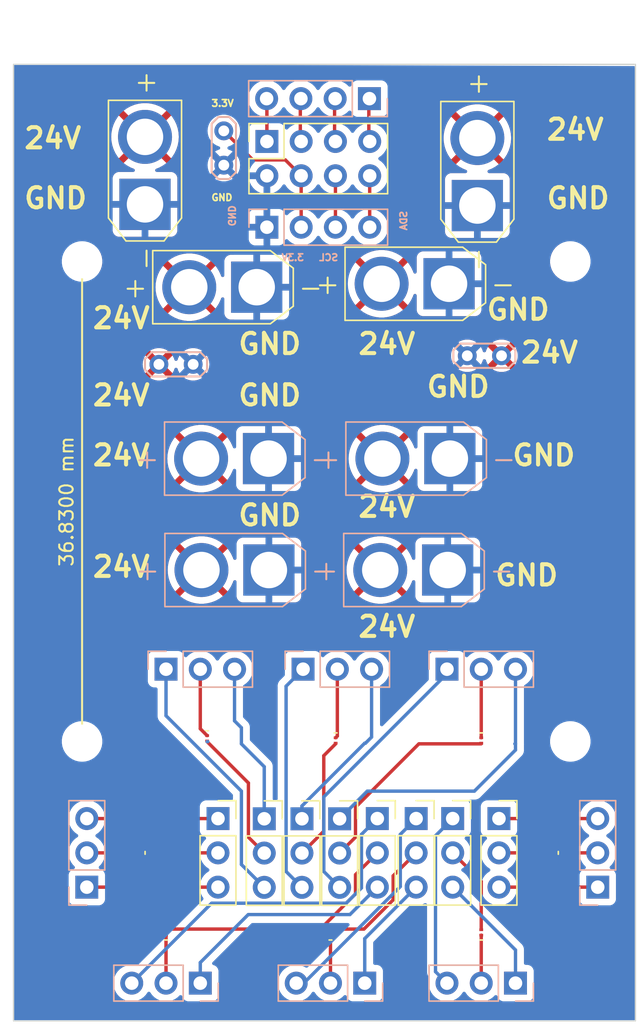
<source format=kicad_pcb>
(kicad_pcb (version 20221018) (generator pcbnew)
  (layers (0 "F.Cu" signal) (31 "B.Cu" signal) (34 "B.Paste" user) (35 "F.Paste" user) (36 "B.SilkS" user "B.Silkscreen") (37 "F.SilkS" user "F.Silkscreen") (38 "B.Mask" user) (39 "F.Mask" user) (44 "Edge.Cuts" user))
  (net 0 "")
  (net 1 "/SPI2_MOSI")
  (net 2 "/SPI2_MISO")
  (net 3 "/SPI2_CS")
  (net 5 "Net-(D1-K)")
  (net 6 "/A5")
  (net 7 "/B5")
  (net 8 "/C5")
  (net 9 "Net-(D4-K)")
  (net 10 "/SPI2_CLK")
  (net 11 "/I2C2_SDA")
  (net 12 "/I2C2_SCL")
  (net 13 "+24V")
  (net 14 "GND")
  (net 15 "+3.3V")
  (net 16 "Net-(D11-K)")
  (net 17 "Net-(D14-K)")
  (net 18 "Net-(D17-K)")
  (net 19 "Net-(D20-K)")
  (net 20 "Net-(D20-A)")
  (net 21 "Net-(D23-K)")
  (net 22 "Net-(D23-A)")
  (net 23 "Net-(D7-K)")
  (net 24 "/C8")
  (net 25 "/C4")
  (net 26 "/C3")
  (net 27 "Net-(D4-A)")
  (net 28 "/B6")
  (net 29 "/B4")
  (net 30 "/B3")
  (net 31 "/B1 (5V)")
  (net 32 "/A6")
  (net 33 "/A4")
  (net 34 "/A3")
  (net 35 "Net-(DBUS1-Pin_1)")
  (net 36 "Net-(PWM_R1-Pin_1)")
  (net 37 "Net-(PWM_R1-Pin_3)")
  (net 38 "Net-(PWM_R2-Pin_3)")
  (net 39 "/A2")
  (net 40 "Net-(PWM_R13-Pin_1)")
  (net 41 "Net-(PWM_R14-Pin_3)")
  (net 42 "Net-(PWM_R14-Pin_1)")
  (footprint "Diode_SMD:Nexperia_DSN0603-2_0.6x0.3mm_P0.4mm" (layer "F.Cu") (at 218.186 96.066 90)
    (fp_text reference "D4" hide)
    (fp_text value "D" hide)
    (pad "1" smd rect (at -0.2 0 180) (size 0.28 0.2) (layers "F.Cu" "F.Mask") (net 9 "Net-(D4-K)") (clearance 0.05))
    (pad "2" smd rect (at 0.2 0 180) (size 0.28 0.2) (layers "F.Cu" "F.Mask") (net 27 "Net-(D4-A)") (clearance 0.05))
  )
  (footprint "Connector_AMASS:AMASS_XT30U-F_1x02_P5.0mm_Vertical" (layer "F.Cu") (at 217.898 42.211 90)
    (fp_text reference "Out_Port3" hide)
    (fp_text value "Conn_01x02" hide)
    (fp_text user "-" (at -4 0 90) (layer "F.SilkS") (effects (font (size 1.5 1.5))))
    (fp_text user "+" (at 9 0 90) (layer "F.SilkS") (effects (font (size 1.5 1.5))))
    (pad "1" thru_hole rect (at 0 0 90) (size 3.8 3.8) (drill 2.7) (layers "*.Cu" "*.Mask") (net 14 "GND"))
    (pad "2" thru_hole circle (at 5 0 90) (size 4 4) (drill 2.7) (layers "*.Cu" "*.Mask") (net 13 "+24V"))
  )
  (footprint "Diode_SMD:Nexperia_DSN0603-2_0.6x0.3mm_P0.4mm" (layer "F.Cu") (at 194.818 96.066 90)
    (fp_text reference "D11" hide)
    (fp_text value "D" hide)
    (pad "1" smd rect (at -0.2 0 180) (size 0.28 0.2) (layers "F.Cu" "F.Mask") (net 16 "Net-(D11-K)") (clearance 0.05))
    (pad "2" smd rect (at 0.2 0 180) (size 0.28 0.2) (layers "F.Cu" "F.Mask") (net 29 "/B4") (clearance 0.05))
  )
  (footprint "Connector_PinSocket_2.54mm:PinSocket_1x03_P2.54mm_Vertical" (layer "F.Cu") (at 213.36 87.63)
    (fp_text reference "PWM_R3" hide)
    (fp_text value "Conn_01x03" hide)
    (pad "1" thru_hole rect (at 0 0) (size 1.7 1.7) (drill 1) (layers "*.Cu" "*.Mask") (net 34 "/A3"))
    (pad "2" thru_hole oval (at 0 2.54) (size 1.7 1.7) (drill 1) (layers "*.Cu" "*.Mask") (net 30 "/B3"))
    (pad "3" thru_hole oval (at 0 5.08) (size 1.7 1.7) (drill 1) (layers "*.Cu" "*.Mask") (net 26 "/C3"))
  )
  (footprint "Connector_PinSocket_2.54mm:PinSocket_2x04_P2.54mm_Vertical" (layer "F.Cu") (at 202.297 37.465 90)
    (fp_text reference "IO_Port1" hide)
    (fp_text value "Conn_02x04_Odd_Even" hide)
    (pad "1" thru_hole rect (at 0 0 90) (size 1.7 1.7) (drill 1) (layers "*.Cu" "*.Mask") (net 3 "/SPI2_CS"))
    (pad "2" thru_hole oval (at -2.54 0 90) (size 1.7 1.7) (drill 1) (layers "*.Cu" "*.Mask") (net 14 "GND"))
    (pad "3" thru_hole oval (at 0 2.54 90) (size 1.7 1.7) (drill 1) (layers "*.Cu" "*.Mask") (net 10 "/SPI2_CLK"))
    (pad "4" thru_hole oval (at -2.54 2.54 90) (size 1.7 1.7) (drill 1) (layers "*.Cu" "*.Mask") (net 15 "+3.3V"))
    (pad "5" thru_hole oval (at 0 5.08 90) (size 1.7 1.7) (drill 1) (layers "*.Cu" "*.Mask") (net 1 "/SPI2_MOSI"))
    (pad "6" thru_hole oval (at -2.54 5.08 90) (size 1.7 1.7) (drill 1) (layers "*.Cu" "*.Mask") (net 12 "/I2C2_SCL"))
    (pad "7" thru_hole oval (at 0 7.62 90) (size 1.7 1.7) (drill 1) (layers "*.Cu" "*.Mask") (net 2 "/SPI2_MISO"))
    (pad "8" thru_hole oval (at -2.54 7.62 90) (size 1.7 1.7) (drill 1) (layers "*.Cu" "*.Mask") (net 11 "/I2C2_SDA"))
  )
  (footprint "Diode_SMD:Nexperia_DSN0603-2_0.6x0.3mm_P0.4mm" (layer "F.Cu") (at 197.866 81.682 -90)
    (fp_text reference "D20" hide)
    (fp_text value "D" hide)
    (pad "1" smd rect (at -0.2 0) (size 0.28 0.2) (layers "F.Cu" "F.Mask") (net 19 "Net-(D20-K)") (clearance 0.05))
    (pad "2" smd rect (at 0.2 0) (size 0.28 0.2) (layers "F.Cu" "F.Mask") (net 20 "Net-(D20-A)") (clearance 0.05))
  )
  (footprint "Connector_PinSocket_2.54mm:PinSocket_1x03_P2.54mm_Vertical" (layer "F.Cu") (at 216.0705 87.63)
    (fp_text reference "PWM_R2" hide)
    (fp_text value "Conn_01x03" hide)
    (pad "1" thru_hole rect (at 0 0) (size 1.7 1.7) (drill 1) (layers "*.Cu" "*.Mask") (net 39 "/A2"))
    (pad "2" thru_hole oval (at 0 2.54) (size 1.7 1.7) (drill 1) (layers "*.Cu" "*.Mask") (net 27 "Net-(D4-A)"))
    (pad "3" thru_hole oval (at 0 5.08) (size 1.7 1.7) (drill 1) (layers "*.Cu" "*.Mask") (net 38 "Net-(PWM_R2-Pin_3)"))
  )
  (footprint "Diode_SMD:Nexperia_DSN0603-2_0.6x0.3mm_P0.4mm" (layer "F.Cu") (at 218.186 81.842 -90)
    (fp_text reference "D14" hide)
    (fp_text value "D" hide)
    (pad "1" smd rect (at -0.2 0) (size 0.28 0.2) (layers "F.Cu" "F.Mask") (net 17 "Net-(D14-K)") (clearance 0.05))
    (pad "2" smd rect (at 0.2 0) (size 0.28 0.2) (layers "F.Cu" "F.Mask") (net 7 "/B5") (clearance 0.05))
  )
  (footprint "Diode_SMD:Nexperia_DSN0603-2_0.6x0.3mm_P0.4mm" (layer "F.Cu") (at 207.392 81.842 -90)
    (fp_text reference "D17" hide)
    (fp_text value "D" hide)
    (pad "1" smd rect (at -0.2 0) (size 0.28 0.2) (layers "F.Cu" "F.Mask") (net 18 "Net-(D17-K)") (clearance 0.05))
    (pad "2" smd rect (at 0.2 0) (size 0.28 0.2) (layers "F.Cu" "F.Mask") (net 28 "/B6") (clearance 0.05))
  )
  (footprint "MountingHole:MountingHole_2.5mm" (layer "F.Cu") (at 188.595 46.355)
    (fp_text reference "H1" hide)
    (fp_text value "MountingHole" hide)
    (pad "" np_thru_hole circle (at 0 0) (size 2.5 2.5) (drill 2.5) (layers "*.Cu" "*.Mask"))
  )
  (footprint "Connector_PinSocket_2.54mm:PinSocket_1x03_P2.54mm_Vertical" (layer "F.Cu") (at 219.4995 87.63)
    (fp_text reference "PWM_R1" hide)
    (fp_text value "Conn_01x03" hide)
    (pad "1" thru_hole rect (at 0 0) (size 1.7 1.7) (drill 1) (layers "*.Cu" "*.Mask") (net 36 "Net-(PWM_R1-Pin_1)"))
    (pad "2" thru_hole oval (at 0 2.54) (size 1.7 1.7) (drill 1) (layers "*.Cu" "*.Mask") (net 31 "/B1 (5V)"))
    (pad "3" thru_hole oval (at 0 5.08) (size 1.7 1.7) (drill 1) (layers "*.Cu" "*.Mask") (net 37 "Net-(PWM_R1-Pin_3)"))
  )
  (footprint "Connector_PinSocket_2.54mm:PinSocket_1x03_P2.54mm_Vertical" (layer "F.Cu") (at 207.6885 87.645)
    (fp_text reference "PWM_R5" hide)
    (fp_text value "Conn_01x03" hide)
    (pad "1" thru_hole rect (at 0 0) (size 1.7 1.7) (drill 1) (layers "*.Cu" "*.Mask") (net 6 "/A5"))
    (pad "2" thru_hole oval (at 0 2.54) (size 1.7 1.7) (drill 1) (layers "*.Cu" "*.Mask") (net 7 "/B5"))
    (pad "3" thru_hole oval (at 0 5.08) (size 1.7 1.7) (drill 1) (layers "*.Cu" "*.Mask") (net 8 "/C5"))
  )
  (footprint "Connector_AMASS:AMASS_XT30U-F_1x02_P5.0mm_Vertical" (layer "F.Cu") (at 215.8 48.006 180)
    (fp_text reference "Out_Port2" hide)
    (fp_text value "Conn_01x02" hide)
    (fp_text user "+" (at 9 0 180) (layer "F.SilkS") (effects (font (size 1.5 1.5))))
    (fp_text user "-" (at -4 0 180) (layer "F.SilkS") (effects (font (size 1.5 1.5))))
    (pad "1" thru_hole rect (at 0 0 180) (size 3.8 3.8) (drill 2.7) (layers "*.Cu" "*.Mask") (net 14 "GND"))
    (pad "2" thru_hole circle (at 5 0 180) (size 4 4) (drill 2.7) (layers "*.Cu" "*.Mask") (net 13 "+24V"))
  )
  (footprint "Connector_PinSocket_2.54mm:PinSocket_1x03_P2.54mm_Vertical" (layer "F.Cu") (at 198.6715 87.63)
    (fp_text reference "DBUS1" hide)
    (fp_text value "Conn_01x03" hide)
    (pad "1" thru_hole rect (at 0 0) (size 1.7 1.7) (drill 1) (layers "*.Cu" "*.Mask") (net 35 "Net-(DBUS1-Pin_1)"))
    (pad "2" thru_hole oval (at 0 2.54) (size 1.7 1.7) (drill 1) (layers "*.Cu" "*.Mask") (net 22 "Net-(D23-A)"))
    (pad "3" thru_hole oval (at 0 5.08) (size 1.7 1.7) (drill 1) (layers "*.Cu" "*.Mask") (net 24 "/C8"))
  )
  (footprint "Connector_PinSocket_2.54mm:PinSocket_1x03_P2.54mm_Vertical" (layer "F.Cu") (at 204.8945 87.645)
    (fp_text reference "PWM_R6" hide)
    (fp_text value "Conn_01x03" hide)
    (pad "1" thru_hole rect (at 0 0) (size 1.7 1.7) (drill 1) (layers "*.Cu" "*.Mask") (net 32 "/A6"))
    (pad "2" thru_hole oval (at 0 2.54) (size 1.7 1.7) (drill 1) (layers "*.Cu" "*.Mask") (net 28 "/B6"))
    (pad "3" thru_hole oval (at 0 5.08) (size 1.7 1.7) (drill 1) (layers "*.Cu" "*.Mask") (net 40 "Net-(PWM_R13-Pin_1)"))
  )
  (footprint "MountingHole:MountingHole_2.5mm" (layer "F.Cu") (at 224.79 81.915)
    (fp_text reference "H3" hide)
    (fp_text value "MountingHole" hide)
    (pad "" np_thru_hole circle (at 0 0) (size 2.5 2.5) (drill 2.5) (layers "*.Cu" "*.Mask"))
  )
  (footprint "Diode_SMD:Nexperia_DSN0603-2_0.6x0.3mm_P0.4mm" (layer "F.Cu") (at 223.339 90.17 180)
    (fp_text reference "D1" hide)
    (fp_text value "D" hide)
    (pad "1" smd rect (at -0.2 0 270) (size 0.28 0.2) (layers "F.Cu" "F.Mask") (net 5 "Net-(D1-K)") (clearance 0.05))
    (pad "2" smd rect (at 0.2 0 270) (size 0.28 0.2) (layers "F.Cu" "F.Mask") (net 31 "/B1 (5V)") (clearance 0.05))
  )
  (footprint "Diode_SMD:Nexperia_DSN0603-2_0.6x0.3mm_P0.4mm" (layer "F.Cu") (at 207.01 96.066 90)
    (fp_text reference "D7" hide)
    (fp_text value "D" hide)
    (pad "1" smd rect (at -0.2 0 180) (size 0.28 0.2) (layers "F.Cu" "F.Mask") (net 23 "Net-(D7-K)") (clearance 0.05))
    (pad "2" smd rect (at 0.2 0 180) (size 0.28 0.2) (layers "F.Cu" "F.Mask") (net 30 "/B3") (clearance 0.05))
  )
  (footprint "MountingHole:MountingHole_2.5mm" (layer "F.Cu") (at 188.595 81.915)
    (fp_text reference "H2" hide)
    (fp_text value "MountingHole" hide)
    (pad "" np_thru_hole circle (at 0 0) (size 2.5 2.5) (drill 2.5) (layers "*.Cu" "*.Mask"))
  )
  (footprint "Connector_AMASS:AMASS_XT30U-F_1x02_P5.0mm_Vertical" (layer "F.Cu") (at 201.542 48.26 180)
    (fp_text reference "Out_Port1" hide)
    (fp_text value "Conn_01x02" hide)
    (fp_text user "-" (at -4 0 180) (layer "F.SilkS") (effects (font (size 1.5 1.5))))
    (fp_text user "+" (at 9 0 180) (layer "F.SilkS") (effects (font (size 1.5 1.5))))
    (pad "1" thru_hole rect (at 0 0 180) (size 3.8 3.8) (drill 2.7) (layers "*.Cu" "*.Mask") (net 14 "GND"))
    (pad "2" thru_hole circle (at 5 0 180) (size 4 4) (drill 2.7) (layers "*.Cu" "*.Mask") (net 13 "+24V"))
  )
  (footprint "Connector_PinSocket_2.54mm:PinSocket_1x03_P2.54mm_Vertical" (layer "F.Cu") (at 202.1005 87.645)
    (fp_text reference "PWM_R7" hide)
    (fp_text value "Conn_01x03" hide)
    (pad "1" thru_hole rect (at 0 0) (size 1.7 1.7) (drill 1) (layers "*.Cu" "*.Mask") (net 41 "Net-(PWM_R14-Pin_3)"))
    (pad "2" thru_hole oval (at 0 2.54) (size 1.7 1.7) (drill 1) (layers "*.Cu" "*.Mask") (net 20 "Net-(D20-A)"))
    (pad "3" thru_hole oval (at 0 5.08) (size 1.7 1.7) (drill 1) (layers "*.Cu" "*.Mask") (net 42 "Net-(PWM_R14-Pin_1)"))
  )
  (footprint "MountingHole:MountingHole_2.5mm" (layer "F.Cu") (at 224.79 46.355)
    (fp_text reference "H4" hide)
    (fp_text value "MountingHole" hide)
    (pad "" np_thru_hole circle (at 0 0) (size 2.5 2.5) (drill 2.5) (layers "*.Cu" "*.Mask"))
  )
  (footprint "Diode_SMD:Nexperia_DSN0603-2_0.6x0.3mm_P0.4mm" (layer "F.Cu") (at 193.827 90.17)
    (fp_text reference "D23" hide)
    (fp_text value "D" hide)
    (pad "1" smd rect (at -0.2 0 90) (size 0.28 0.2) (layers "F.Cu" "F.Mask") (net 21 "Net-(D23-K)") (clearance 0.05))
    (pad "2" smd rect (at 0.2 0 90) (size 0.28 0.2) (layers "F.Cu" "F.Mask") (net 22 "Net-(D23-A)") (clearance 0.05))
  )
  (footprint "Connector_AMASS:AMASS_XT30U-F_1x02_P5.0mm_Vertical" (layer "F.Cu") (at 193.26 42.124 90)
    (fp_text reference "In_Port1" hide)
    (fp_text value "Conn_01x02" hide)
    (fp_text user "+" (at 9 0 90) (layer "F.SilkS") (effects (font (size 1.5 1.5))))
    (fp_text user "-" (at -4 0 90) (layer "F.SilkS") (effects (font (size 1.5 1.5))))
    (pad "1" thru_hole rect (at 0 0 90) (size 3.8 3.8) (drill 2.7) (layers "*.Cu" "*.Mask") (net 14 "GND"))
    (pad "2" thru_hole circle (at 5 0 90) (size 4 4) (drill 2.7) (layers "*.Cu" "*.Mask") (net 13 "+24V"))
  )
  (footprint "Connector_PinSocket_2.54mm:PinSocket_1x03_P2.54mm_Vertical" (layer "F.Cu") (at 210.4825 87.63)
    (fp_text reference "PWM_R4" hide)
    (fp_text value "Conn_01x03" hide)
    (pad "1" thru_hole rect (at 0 0) (size 1.7 1.7) (drill 1) (layers "*.Cu" "*.Mask") (net 33 "/A4"))
    (pad "2" thru_hole oval (at 0 2.54) (size 1.7 1.7) (drill 1) (layers "*.Cu" "*.Mask") (net 29 "/B4"))
    (pad "3" thru_hole oval (at 0 5.08) (size 1.7 1.7) (drill 1) (layers "*.Cu" "*.Mask") (net 25 "/C4"))
  )
  (footprint "Connector_PinHeader_2.54mm:PinHeader_1x03_P2.54mm_Vertical" (layer "B.Cu") (at 226.822 92.71)
    (fp_text reference "PWM_R8" hide)
    (fp_text value "Conn_01x03" hide)
    (pad "1" thru_hole rect (at 0 0) (size 1.7 1.7) (drill 1) (layers "*.Cu" "*.Mask") (net 37 "Net-(PWM_R1-Pin_3)"))
    (pad "2" thru_hole oval (at 0 -2.54) (size 1.7 1.7) (drill 1) (layers "*.Cu" "*.Mask") (net 5 "Net-(D1-K)"))
    (pad "3" thru_hole oval (at 0 -5.08) (size 1.7 1.7) (drill 1) (layers "*.Cu" "*.Mask") (net 36 "Net-(PWM_R1-Pin_1)"))
  )
  (footprint "Connector_PinHeader_2.54mm:PinHeader_1x03_P2.54mm_Vertical" (layer "B.Cu") (at 194.818 76.562 -90)
    (fp_text reference "PWM_R14" hide)
    (fp_text value "Conn_01x03" hide)
    (pad "1" thru_hole rect (at 0 0 270) (size 1.7 1.7) (drill 1) (layers "*.Cu" "*.Mask") (net 42 "Net-(PWM_R14-Pin_1)"))
    (pad "2" thru_hole oval (at 0 -2.54 270) (size 1.7 1.7) (drill 1) (layers "*.Cu" "*.Mask") (net 19 "Net-(D20-K)"))
    (pad "3" thru_hole oval (at 0 -5.08 270) (size 1.7 1.7) (drill 1) (layers "*.Cu" "*.Mask") (net 41 "Net-(PWM_R14-Pin_3)"))
  )
  (footprint "Connector_PinHeader_2.54mm:PinHeader_1x04_P2.54mm_Vertical" (layer "B.Cu") (at 202.297 43.815 -90)
    (fp_text reference "J2" hide)
    (fp_text value "Conn_01x04" hide)
    (pad "1" thru_hole rect (at 0 0 270) (size 1.7 1.7) (drill 1) (layers "*.Cu" "*.Mask") (net 14 "GND"))
    (pad "2" thru_hole oval (at 0 -2.54 270) (size 1.7 1.7) (drill 1) (layers "*.Cu" "*.Mask") (net 15 "+3.3V"))
    (pad "3" thru_hole oval (at 0 -5.08 270) (size 1.7 1.7) (drill 1) (layers "*.Cu" "*.Mask") (net 12 "/I2C2_SCL"))
    (pad "4" thru_hole oval (at 0 -7.62 270) (size 1.7 1.7) (drill 1) (layers "*.Cu" "*.Mask") (net 11 "/I2C2_SDA"))
  )
  (footprint "Connector_PinHeader_2.54mm:PinHeader_1x03_P2.54mm_Vertical" (layer "B.Cu") (at 215.646 76.562 -90)
    (fp_text reference "PWM_R12" hide)
    (fp_text value "Conn_01x03" hide)
    (pad "1" thru_hole rect (at 0 0 270) (size 1.7 1.7) (drill 1) (layers "*.Cu" "*.Mask") (net 8 "/C5"))
    (pad "2" thru_hole oval (at 0 -2.54 270) (size 1.7 1.7) (drill 1) (layers "*.Cu" "*.Mask") (net 17 "Net-(D14-K)"))
    (pad "3" thru_hole oval (at 0 -5.08 270) (size 1.7 1.7) (drill 1) (layers "*.Cu" "*.Mask") (net 6 "/A5"))
  )
  (footprint "Connector_PinHeader_2.54mm:PinHeader_1x03_P2.54mm_Vertical" (layer "B.Cu") (at 209.55 99.822 90)
    (fp_text reference "PWM_R10" hide)
    (fp_text value "Conn_01x03" hide)
    (pad "1" thru_hole rect (at 0 0 90) (size 1.7 1.7) (drill 1) (layers "*.Cu" "*.Mask") (net 26 "/C3"))
    (pad "2" thru_hole oval (at 0 -2.54 90) (size 1.7 1.7) (drill 1) (layers "*.Cu" "*.Mask") (net 23 "Net-(D7-K)"))
    (pad "3" thru_hole oval (at 0 -5.08 90) (size 1.7 1.7) (drill 1) (layers "*.Cu" "*.Mask") (net 34 "/A3"))
  )
  (footprint "TestPoint:TestPoint_2Pads_Pitch2.54mm_Drill0.8mm" (layer "B.Cu") (at 196.83 53.975 180)
    (fp_text reference "TP4" hide)
    (fp_text value "TestPoint_2Pole" hide)
    (pad "1" thru_hole circle (at 0 0 180) (size 1.4 1.4) (drill 0.8) (layers "*.Cu" "*.Mask") (net 14 "GND"))
    (pad "2" thru_hole circle (at 2.54 0 180) (size 1.4 1.4) (drill 0.8) (layers "*.Cu" "*.Mask") (net 13 "+24V"))
  )
  (footprint "Connector_PinHeader_2.54mm:PinHeader_1x03_P2.54mm_Vertical" (layer "B.Cu") (at 220.726 99.822 90)
    (fp_text reference "PWM_R9" hide)
    (fp_text value "Conn_01x03" hide)
    (pad "1" thru_hole rect (at 0 0 90) (size 1.7 1.7) (drill 1) (layers "*.Cu" "*.Mask") (net 38 "Net-(PWM_R2-Pin_3)"))
    (pad "2" thru_hole oval (at 0 -2.54 90) (size 1.7 1.7) (drill 1) (layers "*.Cu" "*.Mask") (net 9 "Net-(D4-K)"))
    (pad "3" thru_hole oval (at 0 -5.08 90) (size 1.7 1.7) (drill 1) (layers "*.Cu" "*.Mask") (net 39 "/A2"))
  )
  (footprint "Connector_PinHeader_2.54mm:PinHeader_1x03_P2.54mm_Vertical" (layer "B.Cu") (at 188.947 92.71)
    (fp_text reference "PWM_R15" hide)
    (fp_text value "Conn_01x03" hide)
    (pad "1" thru_hole rect (at 0 0) (size 1.7 1.7) (drill 1) (layers "*.Cu" "*.Mask") (net 24 "/C8"))
    (pad "2" thru_hole oval (at 0 -2.54) (size 1.7 1.7) (drill 1) (layers "*.Cu" "*.Mask") (net 21 "Net-(D23-K)"))
    (pad "3" thru_hole oval (at 0 -5.08) (size 1.7 1.7) (drill 1) (layers "*.Cu" "*.Mask") (net 35 "Net-(DBUS1-Pin_1)"))
  )
  (footprint "Connector_PinHeader_2.54mm:PinHeader_1x03_P2.54mm_Vertical" (layer "B.Cu") (at 197.358 99.822 90)
    (fp_text reference "PWM_R11" hide)
    (fp_text value "Conn_01x03" hide)
    (pad "1" thru_hole rect (at 0 0 90) (size 1.7 1.7) (drill 1) (layers "*.Cu" "*.Mask") (net 25 "/C4"))
    (pad "2" thru_hole oval (at 0 -2.54 90) (size 1.7 1.7) (drill 1) (layers "*.Cu" "*.Mask") (net 16 "Net-(D11-K)"))
    (pad "3" thru_hole oval (at 0 -5.08 90) (size 1.7 1.7) (drill 1) (layers "*.Cu" "*.Mask") (net 33 "/A4"))
  )
  (footprint "Connector_PinHeader_2.54mm:PinHeader_1x03_P2.54mm_Vertical" (layer "B.Cu") (at 204.978 76.562 -90)
    (fp_text reference "PWM_R13" hide)
    (fp_text value "Conn_01x03" hide)
    (pad "1" thru_hole rect (at 0 0 270) (size 1.7 1.7) (drill 1) (layers "*.Cu" "*.Mask") (net 40 "Net-(PWM_R13-Pin_1)"))
    (pad "2" thru_hole oval (at 0 -2.54 270) (size 1.7 1.7) (drill 1) (layers "*.Cu" "*.Mask") (net 18 "Net-(D17-K)"))
    (pad "3" thru_hole oval (at 0 -5.08 270) (size 1.7 1.7) (drill 1) (layers "*.Cu" "*.Mask") (net 32 "/A6"))
  )
  (footprint "TestPoint:TestPoint_2Pads_Pitch2.54mm_Drill0.8mm" (layer "B.Cu") (at 217.15 53.34)
    (fp_text reference "TP5" hide)
    (fp_text value "TestPoint_2Pole" hide)
    (pad "1" thru_hole circle (at 0 0) (size 1.4 1.4) (drill 0.8) (layers "*.Cu" "*.Mask") (net 14 "GND"))
    (pad "2" thru_hole circle (at 2.54 0) (size 1.4 1.4) (drill 0.8) (layers "*.Cu" "*.Mask") (net 13 "+24V"))
  )
  (footprint "Connector_AMASS:AMASS_XT30U-F_1x02_P5.0mm_Vertical" (layer "B.Cu") (at 202.445 69.215 180)
    (fp_text reference "In_Port2" hide)
    (fp_text value "Conn_01x02" hide)
    (fp_text user "-" (at -4 0) (layer "B.SilkS") (effects (font (size 1.5 1.5)) (justify mirror)))
    (fp_text user "+" (at 9 0) (layer "B.SilkS") (effects (font (size 1.5 1.5)) (justify mirror)))
    (pad "1" thru_hole rect (at 0 0 180) (size 3.8 3.8) (drill 2.7) (layers "*.Cu" "*.Mask") (net 14 "GND"))
    (pad "2" thru_hole circle (at 5 0 180) (size 4 4) (drill 2.7) (layers "*.Cu" "*.Mask") (net 13 "+24V"))
  )
  (footprint "Connector_AMASS:AMASS_XT30U-F_1x02_P5.0mm_Vertical" (layer "B.Cu") (at 202.418 60.96 180)
    (fp_text reference "Out_Port4" hide)
    (fp_text value "Conn_01x02" hide)
    (fp_text user "+" (at 9 0) (layer "B.SilkS") (effects (font (size 1.5 1.5)) (justify mirror)))
    (fp_text user "-" (at -4 0) (layer "B.SilkS") (effects (font (size 1.5 1.5)) (justify mirror)))
    (pad "1" thru_hole rect (at 0 0 180) (size 3.8 3.8) (drill 2.7) (layers "*.Cu" "*.Mask") (net 14 "GND"))
    (pad "2" thru_hole circle (at 5 0 180) (size 4 4) (drill 2.7) (layers "*.Cu" "*.Mask") (net 13 "+24V"))
  )
  (footprint "TestPoint:TestPoint_2Pads_Pitch2.54mm_Drill0.8mm" (layer "B.Cu") (at 199.102 39.218 90)
    (fp_text reference "TP1" hide)
    (fp_text value "TestPoint_2Pole" hide)
    (pad "1" thru_hole circle (at 0 0 90) (size 1.4 1.4) (drill 0.8) (layers "*.Cu" "*.Mask") (net 14 "GND"))
    (pad "2" thru_hole circle (at 2.54 0 90) (size 1.4 1.4) (drill 0.8) (layers "*.Cu" "*.Mask") (net 15 "+3.3V"))
  )
  (footprint "Connector_AMASS:AMASS_XT30U-F_1x02_P5.0mm_Vertical" (layer "B.Cu") (at 215.7 69.215 180)
    (fp_text reference "Out_Port6" hide)
    (fp_text value "Conn_01x02" hide)
    (fp_text user "-" (at -4 0) (layer "B.SilkS") (effects (font (size 1.5 1.5)) (justify mirror)))
    (fp_text user "+" (at 9 0) (layer "B.SilkS") (effects (font (size 1.5 1.5)) (justify mirror)))
    (pad "1" thru_hole rect (at 0 0 180) (size 3.8 3.8) (drill 2.7) (layers "*.Cu" "*.Mask") (net 14 "GND"))
    (pad "2" thru_hole circle (at 5 0 180) (size 4 4) (drill 2.7) (layers "*.Cu" "*.Mask") (net 13 "+24V"))
  )
  (footprint "Connector_PinHeader_2.54mm:PinHeader_1x04_P2.54mm_Vertical" (layer "B.Cu") (at 209.897 34.29 90)
    (fp_text reference "J1" hide)
    (fp_text value "Conn_01x04" hide)
    (pad "1" thru_hole rect (at 0 0 90) (size 1.7 1.7) (drill 1) (layers "*.Cu" "*.Mask"))
    (pad "2" thru_hole oval (at 0 -2.54 90) (size 1.7 1.7) (drill 1) (layers "*.Cu" "*.Mask") (net 1 "/SPI2_MOSI"))
    (pad "3" thru_hole oval (at 0 -5.08 90) (size 1.7 1.7) (drill 1) (layers "*.Cu" "*.Mask") (net 10 "/SPI2_CLK"))
    (pad "4" thru_hole oval (at 0 -7.62 90) (size 1.7 1.7) (drill 1) (layers "*.Cu" "*.Mask") (net 3 "/SPI2_CS"))
  )
  (footprint "Connector_AMASS:AMASS_XT30U-F_1x02_P5.0mm_Vertical" (layer "B.Cu") (at 215.86 60.96 180)
    (fp_text reference "Out_Port8" hide)
    (fp_text value "Conn_01x02" hide)
    (fp_text user "+" (at 9 0) (layer "B.SilkS") (effects (font (size 1.5 1.5)) (justify mirror)))
    (fp_text user "-" (at -4 0) (layer "B.SilkS") (effects (font (size 1.5 1.5)) (justify mirror)))
    (pad "1" thru_hole rect (at 0 0 180) (size 3.8 3.8) (drill 2.7) (layers "*.Cu" "*.Mask") (net 14 "GND"))
    (pad "2" thru_hole circle (at 5 0 180) (size 4 4) (drill 2.7) (layers "*.Cu" "*.Mask") (net 13 "+24V"))
  )
  (gr_rect (start 183.515 31.75) (end 229.616 102.616) (stroke (width 0.1)) (fill none) (layer "Edge.Cuts"))
  (gr_text "3.3V" (at 205.105 46.355) (layer "B.SilkS") (effects (font (size 0.5 0.5) (thickness 0.125) bold) (justify left bottom mirror)))
  (gr_text "SCL" (at 207.645 46.355) (layer "B.SilkS") (effects (font (size 0.5 0.5) (thickness 0.125) bold) (justify left bottom mirror)))
  (gr_text "GND\n" (at 199.39 43.815 270) (layer "B.SilkS") (effects (font (size 0.5 0.5) (thickness 0.125) bold) (justify left bottom mirror)))
  (gr_text "SDA" (at 212.725 42.545 90) (layer "B.SilkS") (effects (font (size 0.5 0.5) (thickness 0.125) bold) (justify left bottom mirror)))
  (gr_text "24V" (at 208.915 65.405) (layer "F.SilkS") (effects (font (size 1.5 1.5) (thickness 0.3) bold) (justify left bottom)))
  (gr_text "GND\n" (at 198.12 41.91) (layer "F.SilkS") (effects (font (size 0.5 0.5) (thickness 0.125) bold) (justify left bottom)))
  (gr_text "24V" (at 208.915 53.34) (layer "F.SilkS") (effects (font (size 1.5 1.5) (thickness 0.3) bold) (justify left bottom)))
  (gr_text "GND" (at 219.075 70.485) (layer "F.SilkS") (effects (font (size 1.5 1.5) (thickness 0.3) bold) (justify left bottom)))
  (gr_text "24V" (at 220.98 53.975) (layer "F.SilkS") (effects (font (size 1.5 1.5) (thickness 0.3) bold) (justify left bottom)))
  (gr_text "GND" (at 222.885 42.545) (layer "F.SilkS") (effects (font (size 1.5 1.5) (thickness 0.3) bold) (justify left bottom)))
  (gr_text "GND" (at 184.15 42.545) (layer "F.SilkS") (effects (font (size 1.5 1.5) (thickness 0.3) bold) (justify left bottom)))
  (gr_text "GND" (at 218.44 50.8) (layer "F.SilkS") (effects (font (size 1.5 1.5) (thickness 0.3) bold) (justify left bottom)))
  (gr_text "GND" (at 200.025 57.15) (layer "F.SilkS") (effects (font (size 1.5 1.5) (thickness 0.3) bold) (justify left bottom)))
  (gr_text "GND" (at 200.025 53.34) (layer "F.SilkS") (effects (font (size 1.5 1.5) (thickness 0.3) bold) (justify left bottom)))
  (gr_text "3.3V" (at 198.12 34.925) (layer "F.SilkS") (effects (font (size 0.5 0.5) (thickness 0.125) bold) (justify left bottom)))
  (gr_text "24V" (at 184.15 38.1) (layer "F.SilkS") (effects (font (size 1.5 1.5) (thickness 0.3) bold) (justify left bottom)))
  (gr_text "GND" (at 213.995 56.515) (layer "F.SilkS") (effects (font (size 1.5 1.5) (thickness 0.3) bold) (justify left bottom)))
  (gr_text "GND" (at 220.345 61.595) (layer "F.SilkS") (effects (font (size 1.5 1.5) (thickness 0.3) bold) (justify left bottom)))
  (gr_text "24V" (at 189.23 69.85) (layer "F.SilkS") (effects (font (size 1.5 1.5) (thickness 0.3) bold) (justify left bottom)))
  (gr_text "24V" (at 189.23 57.15) (layer "F.SilkS") (effects (font (size 1.5 1.5) (thickness 0.3) bold) (justify left bottom)))
  (gr_text "24V" (at 189.23 51.435) (layer "F.SilkS") (effects (font (size 1.5 1.5) (thickness 0.3) bold) (justify left bottom)))
  (gr_text "GND" (at 200.025 66.04) (layer "F.SilkS") (effects (font (size 1.5 1.5) (thickness 0.3) bold) (justify left bottom)))
  (gr_text "24V" (at 208.915 74.295) (layer "F.SilkS") (effects (font (size 1.5 1.5) (thickness 0.3) bold) (justify left bottom)))
  (gr_text "24V" (at 189.23 61.595) (layer "F.SilkS") (effects (font (size 1.5 1.5) (thickness 0.3) bold) (justify left bottom)))
  (gr_text "24V" (at 222.885 37.465) (layer "F.SilkS") (effects (font (size 1.5 1.5) (thickness 0.3) bold) (justify left bottom)))
  (dimension (type aligned) (layer "F.SilkS") (pts (xy 188.595 82.55) (xy 188.595 45.72)) (height 0) (gr_text "36.8300 mm" (at 187.445 64.135 90) (layer "F.SilkS") (effects (font (size 1 1) (thickness 0.15)))) (format (prefix "") (suffix "") (units 3) (units_format 1) (precision 4)) (style (thickness 0.15) (arrow_length 1.27) (text_position_mode 0) (extension_height 0.58642) (extension_offset 0.5) keep_text_aligned))
  (segment (start 207.3135 34.925) (end 207.3135 37.5335) (width 0.25) (layer "F.Cu") (net 1))
  (segment (start 207.3135 37.5335) (end 207.377 37.597) (width 0.25) (layer "F.Cu") (net 1))
  (segment (start 209.8535 34.925) (end 209.8535 37.5335) (width 0.25) (layer "F.Cu") (net 2))
  (segment (start 209.8535 37.5335) (end 209.917 37.597) (width 0.25) (layer "F.Cu") (net 2))
  (segment (start 202.297 34.31) (end 202.277 34.29) (width 0.25) (layer "F.Cu") (net 3))
  (segment (start 202.297 37.465) (end 202.297 34.31) (width 0.25) (layer "F.Cu") (net 3))
  (segment (start 226.822 90.17) (end 223.589 90.17) (width 0.25) (layer "F.Cu") (net 5))
  (segment (start 217.678 85.598) (end 220.726 82.55) (width 0.25) (layer "B.Cu") (net 6))
  (segment (start 220.726 76.562) (end 220.726 82.092) (width 0.25) (layer "B.Cu") (net 6))
  (segment (start 220.676 82.092) (end 220.726 82.092) (width 0.25) (layer "B.Cu") (net 6))
  (segment (start 209.7355 85.598) (end 217.678 85.598) (width 0.25) (layer "B.Cu") (net 6))
  (segment (start 220.726 82.55) (end 220.726 82.092) (width 0.25) (layer "B.Cu") (net 6))
  (segment (start 207.6885 87.645) (end 209.7355 85.598) (width 0.25) (layer "B.Cu") (net 6))
  (segment (start 208.8635 89.01) (end 208.8635 86.7925) (width 0.25) (layer "F.Cu") (net 7))
  (segment (start 213.564 82.092) (end 218.186 82.092) (width 0.25) (layer "F.Cu") (net 7))
  (segment (start 207.6885 90.185) (end 208.8635 89.01) (width 0.25) (layer "F.Cu") (net 7))
  (segment (start 208.8635 86.7925) (end 213.564 82.092) (width 0.25) (layer "F.Cu") (net 7))
  (segment (start 215.646 76.8935) (end 215.646 76.562) (width 0.25) (layer "B.Cu") (net 8))
  (segment (start 207.6885 92.725) (end 206.5135 91.55) (width 0.25) (layer "B.Cu") (net 8))
  (segment (start 206.5135 91.55) (end 206.5135 86.026) (width 0.25) (layer "B.Cu") (net 8))
  (segment (start 206.5135 86.026) (end 215.646 76.8935) (width 0.25) (layer "B.Cu") (net 8))
  (segment (start 218.186 99.822) (end 218.186 96.266) (width 0.25) (layer "F.Cu") (net 9))
  (segment (start 204.7735 37.5335) (end 204.837 37.597) (width 0.25) (layer "F.Cu") (net 10))
  (segment (start 204.7735 34.925) (end 204.7735 37.5335) (width 0.25) (layer "F.Cu") (net 10))
  (segment (start 209.917 40.137) (end 209.917 43.307) (width 0.25) (layer "F.Cu") (net 11))
  (segment (start 209.917 43.307) (end 209.663 43.561) (width 0.25) (layer "F.Cu") (net 11))
  (segment (start 207.377 43.307) (end 207.123 43.561) (width 0.25) (layer "F.Cu") (net 12))
  (segment (start 207.377 40.137) (end 207.377 43.307) (width 0.25) (layer "F.Cu") (net 12))
  (segment (start 210.874 69.141) (end 210.8 69.215) (width 2) (layer "F.Cu") (net 13))
  (segment (start 202.297 40.137) (end 202.297 43.307) (width 0.25) (layer "F.Cu") (net 14))
  (segment (start 202.297 40.005) (end 199.889 40.005) (width 0.25) (layer "F.Cu") (net 14))
  (segment (start 202.251 61.0435) (end 202.418 60.8765) (width 0.25) (layer "F.Cu") (net 14))
  (segment (start 202.351 61.0435) (end 202.518 60.8765) (width 0.25) (layer "F.Cu") (net 14))
  (segment (start 199.889 40.005) (end 199.102 39.218) (width 0.25) (layer "F.Cu") (net 14))
  (segment (start 202.445 68.674) (end 202.445 69.215) (width 0.25) (layer "F.Cu") (net 14))
  (segment (start 202.297 43.307) (end 202.043 43.561) (width 0.25) (layer "F.Cu") (net 14))
  (segment (start 202.545 60.9465) (end 202.518 60.9735) (width 2) (layer "F.Cu") (net 14))
  (segment (start 201.515 48.347) (end 201.856 48.006) (width 0.25) (layer "F.Cu") (net 14))
  (segment (start 204.837 40.005) (end 203.662 38.83) (width 0.25) (layer "F.Cu") (net 15))
  (segment (start 203.662 38.83) (end 201.254 38.83) (width 0.25) (layer "F.Cu") (net 15))
  (segment (start 204.837 40.137) (end 204.837 43.307) (width 0.25) (layer "F.Cu") (net 15))
  (segment (start 204.837 43.307) (end 204.583 43.561) (width 0.25) (layer "F.Cu") (net 15))
  (segment (start 201.254 38.83) (end 199.102 36.678) (width 0.25) (layer "F.Cu") (net 15))
  (segment (start 199.102 36.678) (end 199.358 36.422) (width 0.25) (layer "F.Cu") (net 15))
  (segment (start 194.818 99.822) (end 194.818 96.266) (width 0.25) (layer "F.Cu") (net 16))
  (segment (start 218.186 76.562) (end 218.186 81.642) (width 0.25) (layer "F.Cu") (net 17))
  (segment (start 207.518 76.562) (end 207.518 81.516) (width 0.25) (layer "F.Cu") (net 18))
  (segment (start 207.518 81.516) (end 207.392 81.642) (width 0.25) (layer "F.Cu") (net 18))
  (segment (start 197.358 76.562) (end 197.358 80.974) (width 0.25) (layer "F.Cu") (net 19))
  (segment (start 197.358 80.974) (end 197.866 81.482) (width 0.25) (layer "F.Cu") (net 19))
  (segment (start 200.9255 84.9915) (end 197.866 81.932) (width 0.25) (layer "F.Cu") (net 20))
  (segment (start 200.9255 89.01) (end 200.9255 84.9915) (width 0.25) (layer "F.Cu") (net 20))
  (segment (start 202.1005 90.185) (end 200.9255 89.01) (width 0.25) (layer "F.Cu") (net 20))
  (segment (start 197.916 81.932) (end 197.866 81.932) (width 0.25) (layer "B.Cu") (net 20))
  (segment (start 188.947 90.17) (end 193.577 90.17) (width 0.25) (layer "F.Cu") (net 21))
  (segment (start 198.6715 90.17) (end 194.027 90.17) (width 0.25) (layer "F.Cu") (net 22))
  (segment (start 207.01 99.822) (end 207.01 96.266) (width 0.25) (layer "F.Cu") (net 23))
  (segment (start 198.6715 92.71) (end 188.947 92.71) (width 0.25) (layer "F.Cu") (net 24))
  (segment (start 208.4505 94.742) (end 210.4825 92.71) (width 0.25) (layer "B.Cu") (net 25))
  (segment (start 197.358 99.822) (end 197.358 98.298) (width 0.25) (layer "B.Cu") (net 25))
  (segment (start 197.358 98.298) (end 200.914 94.742) (width 0.25) (layer "B.Cu") (net 25))
  (segment (start 200.914 94.742) (end 208.4505 94.742) (width 0.25) (layer "B.Cu") (net 25))
  (segment (start 209.55 99.822) (end 209.55 96.52) (width 0.25) (layer "B.Cu") (net 26))
  (segment (start 209.55 96.52) (end 213.36 92.71) (width 0.25) (layer "B.Cu") (net 26))
  (segment (start 216.0705 90.17) (end 218.186 92.2855) (width 0.25) (layer "F.Cu") (net 27))
  (segment (start 218.186 92.2855) (end 218.186 95.816) (width 0.25) (layer "F.Cu") (net 27))
  (segment (start 204.8945 90.185) (end 206.5135 88.566) (width 0.25) (layer "F.Cu") (net 28))
  (segment (start 206.5135 82.9705) (end 207.392 82.092) (width 0.25) (layer "F.Cu") (net 28))
  (segment (start 206.5135 88.566) (end 206.5135 82.9705) (width 0.25) (layer "F.Cu") (net 28))
  (segment (start 206.259201 95.816) (end 194.818 95.816) (width 0.25) (layer "F.Cu") (net 29))
  (segment (start 208.8635 93.211701) (end 206.259201 95.816) (width 0.25) (layer "F.Cu") (net 29))
  (segment (start 210.4825 90.17) (end 208.8635 91.789) (width 0.25) (layer "F.Cu") (net 29))
  (segment (start 208.8635 91.789) (end 208.8635 93.211701) (width 0.25) (layer "F.Cu") (net 29))
  (segment (start 211.6575 93.6505) (end 209.492 95.816) (width 0.25) (layer "F.Cu") (net 30))
  (segment (start 213.36 90.17) (end 211.6575 91.8725) (width 0.25) (layer "F.Cu") (net 30))
  (segment (start 211.6575 91.8725) (end 211.6575 93.6505) (width 0.25) (layer "F.Cu") (net 30))
  (segment (start 209.492 95.816) (end 207.01 95.816) (width 0.25) (layer "F.Cu") (net 30))
  (segment (start 219.4995 90.17) (end 223.139 90.17) (width 0.25) (layer "F.Cu") (net 31))
  (segment (start 204.8945 87.645) (end 204.8945 86.6975) (width 0.25) (layer "B.Cu") (net 32))
  (segment (start 204.8945 86.6975) (end 209.55 82.042) (width 0.25) (layer "B.Cu") (net 32))
  (segment (start 209.55 82.042) (end 209.608 82.042) (width 0.25) (layer "B.Cu") (net 32))
  (segment (start 209.608 82.042) (end 210.058 81.592) (width 0.25) (layer "B.Cu") (net 32))
  (segment (start 210.058 76.562) (end 210.058 81.592) (width 0.25) (layer "B.Cu") (net 32))
  (segment (start 209.3075 92.767701) (end 209.3075 88.805) (width 0.25) (layer "B.Cu") (net 33))
  (segment (start 192.278 99.822) (end 198.2 93.9) (width 0.25) (layer "B.Cu") (net 33))
  (segment (start 198.2 93.9) (end 208.175201 93.9) (width 0.25) (layer "B.Cu") (net 33))
  (segment (start 209.3075 88.805) (end 210.4825 87.63) (width 0.25) (layer "B.Cu") (net 33))
  (segment (start 208.175201 93.9) (end 209.3075 92.767701) (width 0.25) (layer "B.Cu") (net 33))
  (segment (start 205.032201 99.822) (end 212.185 92.669201) (width 0.25) (layer "B.Cu") (net 34))
  (segment (start 204.47 99.822) (end 205.032201 99.822) (width 0.25) (layer "B.Cu") (net 34))
  (segment (start 212.185 92.669201) (end 212.185 88.805) (width 0.25) (layer "B.Cu") (net 34))
  (segment (start 212.185 88.805) (end 213.36 87.63) (width 0.25) (layer "B.Cu") (net 34))
  (segment (start 198.6715 87.63) (end 188.947 87.63) (width 0.25) (layer "F.Cu") (net 35))
  (segment (start 198.6715 87.63) (end 199.332 86.9695) (width 0.25) (layer "B.Cu") (net 35))
  (segment (start 219.4995 87.63) (end 226.822 87.63) (width 0.25) (layer "F.Cu") (net 36))
  (segment (start 219.4995 92.71) (end 226.822 92.71) (width 0.25) (layer "F.Cu") (net 37))
  (segment (start 220.726 99.822) (end 220.726 97.3655) (width 0.25) (layer "B.Cu") (net 38))
  (segment (start 220.726 97.3655) (end 216.0705 92.71) (width 0.25) (layer "B.Cu") (net 38))
  (segment (start 214.796 98.972) (end 214.796 88.9045) (width 0.25) (layer "B.Cu") (net 39))
  (segment (start 214.796 88.9045) (end 216.0705 87.63) (width 0.25) (layer "B.Cu") (net 39))
  (segment (start 215.646 99.822) (end 214.796 98.972) (width 0.25) (layer "B.Cu") (net 39))
  (segment (start 203.7195 77.8205) (end 204.978 76.562) (width 0.25) (layer "B.Cu") (net 40))
  (segment (start 204.8945 92.725) (end 203.7195 91.55) (width 0.25) (layer "B.Cu") (net 40))
  (segment (start 203.7195 91.55) (end 203.7195 77.8205) (width 0.25) (layer "B.Cu") (net 40))
  (segment (start 199.898 80.3905) (end 199.898 76.562) (width 0.25) (layer "B.Cu") (net 41))
  (segment (start 200.406 82.092) (end 200.406 80.8985) (width 0.25) (layer "B.Cu") (net 41))
  (segment (start 200.406 80.8985) (end 199.898 80.3905) (width 0.25) (layer "B.Cu") (net 41))
  (segment (start 202.1005 83.7865) (end 200.406 82.092) (width 0.25) (layer "B.Cu") (net 41))
  (segment (start 202.1005 87.645) (end 202.1005 83.7865) (width 0.25) (layer "B.Cu") (net 41))
  (segment (start 202.1005 92.725) (end 200.406 91.0305) (width 0.25) (layer "B.Cu") (net 42))
  (segment (start 200.406 91.0305) (end 200.406 85.598) (width 0.25) (layer "B.Cu") (net 42))
  (segment (start 200.406 85.598) (end 194.818 80.01) (width 0.25) (layer "B.Cu") (net 42))
  (segment (start 194.818 80.01) (end 194.818 76.562) (width 0.25) (layer "B.Cu") (net 42))
  (zone (net 13) (net_name "+24V") (layer "F.Cu") (priority 4) (connect_pads (clearance 0.5)) (min_thickness 0.25) (fill yes (thermal_gap 0.5) (thermal_bridge_width 0.5))
    (polygon (pts (xy 189.865 33.655) (xy 197.4215 33.655) (xy 197.4215 43.815) (xy 199.9615 43.815) (xy 200.005 63.5) (xy 208.26 63.5) (xy 208.26 45.085) (xy 213.36 45.085) (xy 213.34 33.655) (xy 224.135 33.655) (xy 224.135 57.15) (xy 213.995 57.15) (xy 213.975 73.66) (xy 189.8015 73.66) (xy 189.865 34.925)))
  )
  (zone (net 14) (net_name "GND") (layer "B.Cu") (connect_pads (clearance 0.5)) (min_thickness 0.25) (fill yes (thermal_gap 0.5) (thermal_bridge_width 0.5))
    (polygon (pts (xy 183.528631 31.75) (xy 229.629631 31.877) (xy 229.883631 102.87) (xy 183.401631 102.87)))
  )
)
</source>
